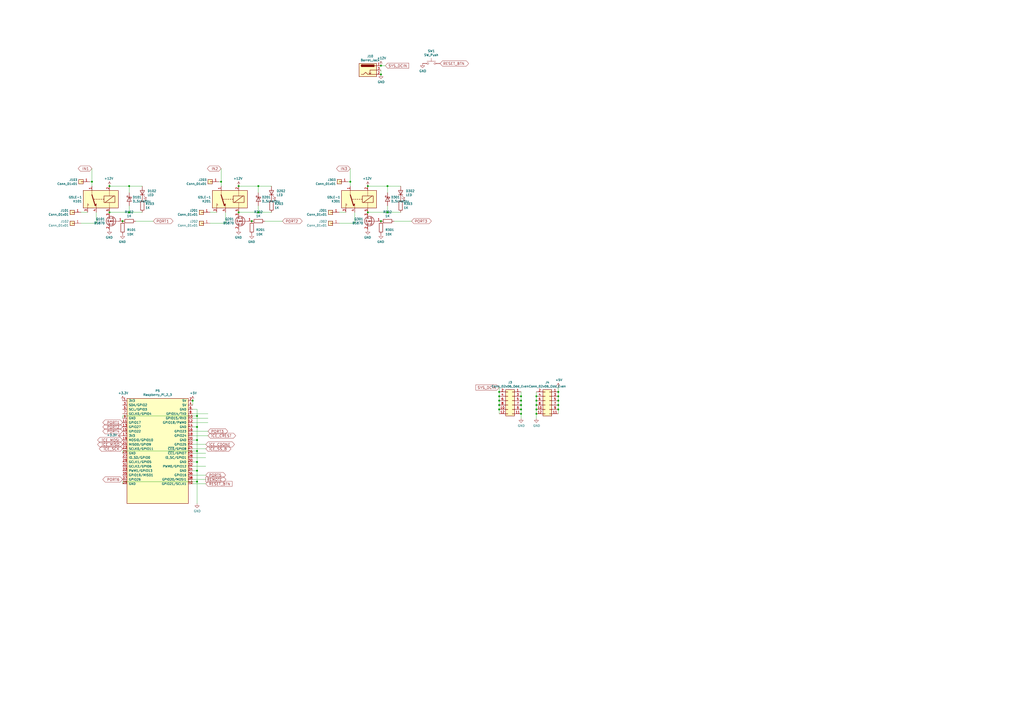
<source format=kicad_sch>
(kicad_sch (version 20211123) (generator eeschema)
  (paper "A2")
  (title_block (title "spark4pi-relay-actuator-1.1") (company "Lightside Instruments AS"))
  (lib_symbols
    (symbol "Connector:Barrel_Jack_Switch" (pin_names hide)
      (property "Reference" "J" (at 0 5.334 0))
      (property "Value" "Barrel_Jack_Switch" (at 0 -5.08 0))
      (symbol "Barrel_Jack_Switch_0_1"
        (rectangle (start -5.08 3.81) (end 5.08 -3.81) (stroke (width 0.254)) (fill (type background)))
        (arc (start -3.302 3.175) (mid -3.937 2.54) (end -3.302 1.905) (stroke (width 0.254)))
        (arc (start -3.302 3.175) (mid -3.937 2.54) (end -3.302 1.905) (stroke (width 0.254)) (fill (type outline)))
        (polyline (pts (xy 1.27 -2.286) (xy 1.905 -1.651)) (stroke (width 0.254)))
        (polyline (pts (xy 5.08 2.54) (xy 3.81 2.54)) (stroke (width 0.254)))
        (polyline (pts (xy 5.08 0) (xy 1.27 0) (xy 1.27 -2.286) (xy 0.635 -1.651)) (stroke (width 0.254)))
        (polyline (pts (xy -3.81 -2.54) (xy -2.54 -2.54) (xy -1.27 -1.27) (xy 0 -2.54) (xy 2.54 -2.54) (xy 5.08 -2.54)) (stroke (width 0.254)))
        (rectangle (start 3.683 3.175) (end -3.302 1.905) (stroke (width 0.254)) (fill (type outline)))
      )
      (symbol "Barrel_Jack_Switch_1_1"
        (pin passive line (at 7.62 2.54 180) (length 2.54) (name "~") (number "1"))
        (pin passive line (at 7.62 -2.54 180) (length 2.54) (name "~") (number "2"))
        (pin passive line (at 7.62 0 180) (length 2.54) (name "~") (number "3"))
      )
    )
    (symbol "Connector_Generic:Conn_01x01" (pin_names (offset 1.016) hide)
      (property "Reference" "J" (at 0 2.54 0))
      (property "Value" "Conn_01x01" (at 0 -2.54 0))
      (symbol "Conn_01x01_1_1"
        (rectangle (start -1.27 0.127) (end 0 -0.127) (stroke (width 0.1524)))
        (rectangle (start -1.27 1.27) (end 1.27 -1.27) (stroke (width 0.254)) (fill (type background)))
        (pin passive line (at -5.08 0 0) (length 3.81) (name "Pin_1") (number "1"))
      )
    )
    (symbol "Connector_Generic:Conn_02x06_Odd_Even" (pin_names (offset 1.016) hide)
      (property "Reference" "J" (at 1.27 7.62 0))
      (property "Value" "Conn_02x06_Odd_Even" (at 1.27 -10.16 0))
      (symbol "Conn_02x06_Odd_Even_1_1"
        (rectangle (start -1.27 -7.493) (end 0 -7.747) (stroke (width 0.1524)))
        (rectangle (start -1.27 -4.953) (end 0 -5.207) (stroke (width 0.1524)))
        (rectangle (start -1.27 -2.413) (end 0 -2.667) (stroke (width 0.1524)))
        (rectangle (start -1.27 0.127) (end 0 -0.127) (stroke (width 0.1524)))
        (rectangle (start -1.27 2.667) (end 0 2.413) (stroke (width 0.1524)))
        (rectangle (start -1.27 5.207) (end 0 4.953) (stroke (width 0.1524)))
        (rectangle (start -1.27 6.35) (end 3.81 -8.89) (stroke (width 0.254)) (fill (type background)))
        (rectangle (start 3.81 -7.493) (end 2.54 -7.747) (stroke (width 0.1524)))
        (rectangle (start 3.81 -4.953) (end 2.54 -5.207) (stroke (width 0.1524)))
        (rectangle (start 3.81 -2.413) (end 2.54 -2.667) (stroke (width 0.1524)))
        (rectangle (start 3.81 0.127) (end 2.54 -0.127) (stroke (width 0.1524)))
        (rectangle (start 3.81 2.667) (end 2.54 2.413) (stroke (width 0.1524)))
        (rectangle (start 3.81 5.207) (end 2.54 4.953) (stroke (width 0.1524)))
        (pin passive line (at -5.08 5.08 0) (length 3.81) (name "Pin_1") (number "1"))
        (pin passive line (at 7.62 -5.08 180) (length 3.81) (name "Pin_10") (number "10"))
        (pin passive line (at -5.08 -7.62 0) (length 3.81) (name "Pin_11") (number "11"))
        (pin passive line (at 7.62 -7.62 180) (length 3.81) (name "Pin_12") (number "12"))
        (pin passive line (at 7.62 5.08 180) (length 3.81) (name "Pin_2") (number "2"))
        (pin passive line (at -5.08 2.54 0) (length 3.81) (name "Pin_3") (number "3"))
        (pin passive line (at 7.62 2.54 180) (length 3.81) (name "Pin_4") (number "4"))
        (pin passive line (at -5.08 0 0) (length 3.81) (name "Pin_5") (number "5"))
        (pin passive line (at 7.62 0 180) (length 3.81) (name "Pin_6") (number "6"))
        (pin passive line (at -5.08 -2.54 0) (length 3.81) (name "Pin_7") (number "7"))
        (pin passive line (at 7.62 -2.54 180) (length 3.81) (name "Pin_8") (number "8"))
        (pin passive line (at -5.08 -5.08 0) (length 3.81) (name "Pin_9") (number "9"))
      )
    )
    (symbol "Device:D_Schottky" (pin_numbers hide) (pin_names (offset 1.016) hide)
      (property "Reference" "D" (at 0 2.54 0))
      (property "Value" "D_Schottky" (at 0 -2.54 0))
      (symbol "D_Schottky_0_1"
        (polyline (pts (xy 1.27 0) (xy -1.27 0)))
        (polyline (pts (xy 1.27 1.27) (xy 1.27 -1.27) (xy -1.27 0) (xy 1.27 1.27)) (stroke (width 0.254)))
        (polyline (pts (xy -1.905 0.635) (xy -1.905 1.27) (xy -1.27 1.27) (xy -1.27 -1.27) (xy -0.635 -1.27) (xy -0.635 -0.635)) (stroke (width 0.254)))
      )
      (symbol "D_Schottky_1_1"
        (pin passive line (at -3.81 0 0) (length 2.54) (name "K") (number "1"))
        (pin passive line (at 3.81 0 180) (length 2.54) (name "A") (number "2"))
      )
    )
    (symbol "Device:LED" (pin_numbers hide) (pin_names (offset 1.016) hide)
      (property "Reference" "D" (at 0 2.54 0))
      (property "Value" "LED" (at 0 -2.54 0))
      (symbol "LED_0_1"
        (polyline (pts (xy -1.27 -1.27) (xy -1.27 1.27)) (stroke (width 0.254)))
        (polyline (pts (xy -1.27 0) (xy 1.27 0)))
        (polyline (pts (xy 1.27 -1.27) (xy 1.27 1.27) (xy -1.27 0) (xy 1.27 -1.27)) (stroke (width 0.254)))
        (polyline (pts (xy -3.048 -0.762) (xy -4.572 -2.286) (xy -3.81 -2.286) (xy -4.572 -2.286) (xy -4.572 -1.524)))
        (polyline (pts (xy -1.778 -0.762) (xy -3.302 -2.286) (xy -2.54 -2.286) (xy -3.302 -2.286) (xy -3.302 -1.524)))
      )
      (symbol "LED_1_1"
        (pin passive line (at -3.81 0 0) (length 2.54) (name "K") (number "1"))
        (pin passive line (at 3.81 0 180) (length 2.54) (name "A") (number "2"))
      )
    )
    (symbol "Device:R" (pin_numbers hide) (pin_names (offset 0))
      (property "Reference" "R" (at 2.032 0 90))
      (property "Value" "R" (at 0 0 90))
      (symbol "R_0_1"
        (rectangle (start -1.016 -2.54) (end 1.016 2.54) (stroke (width 0.254)))
      )
      (symbol "R_1_1"
        (pin passive line (at 0 3.81 270) (length 1.27) (name "~") (number "1"))
        (pin passive line (at 0 -3.81 90) (length 1.27) (name "~") (number "2"))
      )
    )
    (symbol "Relay:G5LE-1"
      (property "Reference" "K" (at 11.43 3.81 0))
      (property "Value" "G5LE-1" (at 11.43 1.27 0))
      (symbol "G5LE-1_0_0"
        (polyline (pts (xy 7.62 5.08) (xy 7.62 2.54) (xy 6.985 3.175) (xy 7.62 3.81)))
      )
      (symbol "G5LE-1_0_1"
        (rectangle (start -10.16 5.08) (end 10.16 -5.08) (stroke (width 0.254)) (fill (type background)))
        (rectangle (start -8.255 1.905) (end -1.905 -1.905) (stroke (width 0.254)))
        (polyline (pts (xy -7.62 -1.905) (xy -2.54 1.905)) (stroke (width 0.254)))
        (polyline (pts (xy -5.08 -5.08) (xy -5.08 -1.905)))
        (polyline (pts (xy -5.08 5.08) (xy -5.08 1.905)))
        (polyline (pts (xy -1.905 0) (xy -1.27 0)) (stroke (width 0.254)))
        (polyline (pts (xy -0.635 0) (xy 0 0)) (stroke (width 0.254)))
        (polyline (pts (xy 0.635 0) (xy 1.27 0)) (stroke (width 0.254)))
        (polyline (pts (xy 1.905 0) (xy 2.54 0)) (stroke (width 0.254)))
        (polyline (pts (xy 3.175 0) (xy 3.81 0)) (stroke (width 0.254)))
        (polyline (pts (xy 5.08 -2.54) (xy 3.175 3.81)) (stroke (width 0.508)))
        (polyline (pts (xy 5.08 -2.54) (xy 5.08 -5.08)))
        (polyline (pts (xy 2.54 5.08) (xy 2.54 2.54) (xy 3.175 3.175) (xy 2.54 3.81)) (fill (type outline)))
      )
      (symbol "G5LE-1_1_1"
        (pin passive line (at 5.08 -7.62 90) (length 2.54) (name "~") (number "1"))
        (pin passive line (at -5.08 -7.62 90) (length 2.54) (name "~") (number "2"))
        (pin passive line (at 7.62 7.62 270) (length 2.54) (name "~") (number "3"))
        (pin passive line (at 2.54 7.62 270) (length 2.54) (name "~") (number "4"))
        (pin passive line (at -5.08 7.62 270) (length 2.54) (name "~") (number "5"))
      )
    )
    (symbol "Switch:SW_Push" (pin_numbers hide) (pin_names (offset 1.016) hide)
      (property "Reference" "SW" (at 1.27 2.54 0))
      (property "Value" "SW_Push" (at 0 -1.524 0))
      (symbol "SW_Push_0_1"
        (circle (center -2.032 0) (radius 0.508))
        (polyline (pts (xy 0 1.27) (xy 0 3.048)))
        (polyline (pts (xy 2.54 1.27) (xy -2.54 1.27)))
        (circle (center 2.032 0) (radius 0.508))
        (pin passive line (at -5.08 0 0) (length 2.54) (name "1") (number "1"))
        (pin passive line (at 5.08 0 180) (length 2.54) (name "2") (number "2"))
      )
    )
    (symbol "power:+12V" (power) (pin_names (offset 0))
      (property "Value" "+12V" (at 0 3.556 0))
      (symbol "+12V_0_1"
        (polyline (pts (xy -0.762 1.27) (xy 0 2.54)))
        (polyline (pts (xy 0 0) (xy 0 2.54)))
        (polyline (pts (xy 0 2.54) (xy 0.762 1.27)))
      )
      (symbol "+12V_1_1"
        (pin power_in line (at 0 0 90) (length 0) hide (name "+12V") (number "1"))
      )
    )
    (symbol "power:+3.3V" (power) (pin_names (offset 0))
      (property "Value" "+3.3V" (at 0 3.556 0))
      (symbol "+3.3V_0_1"
        (polyline (pts (xy -0.762 1.27) (xy 0 2.54)))
        (polyline (pts (xy 0 0) (xy 0 2.54)))
        (polyline (pts (xy 0 2.54) (xy 0.762 1.27)))
      )
      (symbol "+3.3V_1_1"
        (pin power_in line (at 0 0 90) (length 0) hide (name "+3.3V") (number "1"))
      )
    )
    (symbol "power:+5V" (power) (pin_names (offset 0))
      (property "Value" "+5V" (at 0 3.556 0))
      (symbol "+5V_0_1"
        (polyline (pts (xy -0.762 1.27) (xy 0 2.54)))
        (polyline (pts (xy 0 0) (xy 0 2.54)))
        (polyline (pts (xy 0 2.54) (xy 0.762 1.27)))
      )
      (symbol "+5V_1_1"
        (pin power_in line (at 0 0 90) (length 0) hide (name "+5V") (number "1"))
      )
    )
    (symbol "power:GND" (power) (pin_names (offset 0))
      (property "Value" "GND" (at 0 -3.81 0))
      (symbol "GND_0_1"
        (polyline (pts (xy 0 0) (xy 0 -1.27) (xy 1.27 -1.27) (xy 0 -2.54) (xy -1.27 -1.27) (xy 0 -1.27)))
      )
      (symbol "GND_1_1"
        (pin power_in line (at 0 0 270) (length 0) hide (name "GND") (number "1"))
      )
    )
    (symbol "spark:BS870-Transistor_FET" (pin_names hide)
      (property "Reference" "Q" (at 5.08 1.905 0))
      (property "Value" "BS870-Transistor_FET" (at 5.08 0 0))
      (symbol "BS870-Transistor_FET_0_1"
        (polyline (pts (xy 0.254 0) (xy -2.54 0)))
        (polyline (pts (xy 0.254 1.905) (xy 0.254 -1.905)) (stroke (width 0.254)))
        (polyline (pts (xy 0.762 -1.27) (xy 0.762 -2.286)) (stroke (width 0.254)))
        (polyline (pts (xy 0.762 0.508) (xy 0.762 -0.508)) (stroke (width 0.254)))
        (polyline (pts (xy 0.762 2.286) (xy 0.762 1.27)) (stroke (width 0.254)))
        (polyline (pts (xy 2.54 2.54) (xy 2.54 1.778)))
        (polyline (pts (xy 2.54 -2.54) (xy 2.54 0) (xy 0.762 0)))
        (polyline (pts (xy 0.762 -1.778) (xy 3.302 -1.778) (xy 3.302 1.778) (xy 0.762 1.778)))
        (polyline (pts (xy 1.016 0) (xy 2.032 0.381) (xy 2.032 -0.381) (xy 1.016 0)) (fill (type outline)))
        (polyline (pts (xy 2.794 0.508) (xy 2.921 0.381) (xy 3.683 0.381) (xy 3.81 0.254)))
        (polyline (pts (xy 3.302 0.381) (xy 2.921 -0.254) (xy 3.683 -0.254) (xy 3.302 0.381)))
        (circle (center 1.651 0) (radius 2.794) (stroke (width 0.254)))
        (circle (center 2.54 -1.778) (radius 0.254) (fill (type outline)))
        (circle (center 2.54 1.778) (radius 0.254) (fill (type outline)))
      )
      (symbol "BS870-Transistor_FET_1_1"
        (pin input line (at -5.08 0 0) (length 2.54) (name "G") (number "1"))
        (pin passive line (at 2.54 -5.08 90) (length 2.54) (name "S") (number "2"))
        (pin passive line (at 2.54 5.08 270) (length 2.54) (name "D") (number "3"))
      )
    )
    (symbol "spark:Raspberry_Pi_2_3" (pin_names (offset 1.016))
      (property "Reference" "J" (at -17.78 31.75 0))
      (property "Value" "Raspberry_Pi_2_3" (at -7.62 -33.02 0))
      (symbol "Raspberry_Pi_2_3_0_1"
        (rectangle (start -17.78 30.48) (end 17.78 -30.48) (stroke (width 0.254)) (fill (type background)))
      )
      (symbol "Raspberry_Pi_2_3_1_1"
        (pin power_in line (at -20.32 29.21 0) (length 2.54) (name "3V3") (number "1"))
        (pin bidirectional line (at 20.32 19.05 180) (length 2.54) (name "GPIO15/RXD") (number "10"))
        (pin bidirectional line (at -20.32 16.51 0) (length 2.54) (name "GPIO17") (number "11"))
        (pin bidirectional line (at 20.32 16.51 180) (length 2.54) (name "GPIO18/PWM0") (number "12"))
        (pin bidirectional line (at -20.32 13.97 0) (length 2.54) (name "GPIO27") (number "13"))
        (pin power_in line (at 20.32 13.97 180) (length 2.54) (name "GND") (number "14"))
        (pin bidirectional line (at -20.32 11.43 0) (length 2.54) (name "GPIO22") (number "15"))
        (pin bidirectional line (at 20.32 11.43 180) (length 2.54) (name "GPIO23") (number "16"))
        (pin power_in line (at -20.32 8.89 0) (length 2.54) (name "3V3") (number "17"))
        (pin bidirectional line (at 20.32 8.89 180) (length 2.54) (name "GPIO24") (number "18"))
        (pin bidirectional line (at -20.32 6.35 0) (length 2.54) (name "MOSI0/GPIO10") (number "19"))
        (pin power_in line (at 20.32 29.21 180) (length 2.54) (name "5V") (number "2"))
        (pin power_in line (at 20.32 6.35 180) (length 2.54) (name "GND") (number "20"))
        (pin bidirectional line (at -20.32 3.81 0) (length 2.54) (name "MISO0/GPIO9") (number "21"))
        (pin bidirectional line (at 20.32 3.81 180) (length 2.54) (name "GPIO25") (number "22"))
        (pin bidirectional line (at -20.32 1.27 0) (length 2.54) (name "SCLK0/GPIO11") (number "23"))
        (pin bidirectional line (at 20.32 1.27 180) (length 2.54) (name "~{CE0}/GPIO8") (number "24"))
        (pin power_in line (at -20.32 -1.27 0) (length 2.54) (name "GND") (number "25"))
        (pin bidirectional line (at 20.32 -1.27 180) (length 2.54) (name "~{CE1}/GPIO7") (number "26"))
        (pin bidirectional line (at -20.32 -3.81 0) (length 2.54) (name "ID_SD/GPIO0") (number "27"))
        (pin bidirectional line (at 20.32 -3.81 180) (length 2.54) (name "ID_SC/GPIO1") (number "28"))
        (pin bidirectional line (at -20.32 -6.35 0) (length 2.54) (name "GCLK1/GPIO5") (number "29"))
        (pin bidirectional line (at -20.32 26.67 0) (length 2.54) (name "SDA/GPIO2") (number "3"))
        (pin power_in line (at 20.32 -6.35 180) (length 2.54) (name "GND") (number "30"))
        (pin bidirectional line (at -20.32 -8.89 0) (length 2.54) (name "GCLK2/GPIO6") (number "31"))
        (pin bidirectional line (at 20.32 -8.89 180) (length 2.54) (name "PWM0/GPIO12") (number "32"))
        (pin bidirectional line (at -20.32 -11.43 0) (length 2.54) (name "PWM1/GPIO13") (number "33"))
        (pin power_in line (at 20.32 -11.43 180) (length 2.54) (name "GND") (number "34"))
        (pin bidirectional line (at -20.32 -13.97 0) (length 2.54) (name "GPIO19/MISO1") (number "35"))
        (pin bidirectional line (at 20.32 -13.97 180) (length 2.54) (name "GPIO16") (number "36"))
        (pin bidirectional line (at -20.32 -16.51 0) (length 2.54) (name "GPIO26") (number "37"))
        (pin bidirectional line (at 20.32 -16.51 180) (length 2.54) (name "GPIO20/MOSI1") (number "38"))
        (pin power_in line (at -20.32 -19.05 0) (length 2.54) (name "GND") (number "39"))
        (pin power_in line (at 20.32 26.67 180) (length 2.54) (name "5V") (number "4"))
        (pin bidirectional line (at 20.32 -19.05 180) (length 2.54) (name "GPIO21/SCLK1") (number "40"))
        (pin bidirectional line (at -20.32 24.13 0) (length 2.54) (name "SCL/GPIO3") (number "5"))
        (pin power_in line (at 20.32 24.13 180) (length 2.54) (name "GND") (number "6"))
        (pin bidirectional line (at -20.32 21.59 0) (length 2.54) (name "GCLK0/GPIO4") (number "7"))
        (pin bidirectional line (at 20.32 21.59 180) (length 2.54) (name "GPIO14/TXD") (number "8"))
        (pin power_in line (at -20.32 19.05 0) (length 2.54) (name "GND") (number "9"))
      )
    )
  )
  (junction (at 224.79 123.19))
  (junction (at 323.85 237.49))
  (junction (at 289.56 229.87))
  (junction (at 71.12 128.27))
  (junction (at 289.56 237.49))
  (junction (at 63.5 107.95))
  (junction (at 138.43 123.19))
  (junction (at 289.56 227.33))
  (junction (at 138.43 107.95))
  (junction (at 289.56 232.41))
  (junction (at 74.93 123.19))
  (junction (at 203.2 105.41))
  (junction (at 114.3 241.3))
  (junction (at 323.85 234.95))
  (junction (at 220.98 128.27))
  (junction (at 302.26 240.03))
  (junction (at 311.15 237.49))
  (junction (at 323.85 227.33))
  (junction (at 323.85 232.41))
  (junction (at 63.5 123.19))
  (junction (at 111.76 232.41))
  (junction (at 302.26 232.41))
  (junction (at 149.86 123.19))
  (junction (at 224.79 107.95))
  (junction (at 74.93 107.95))
  (junction (at 311.15 234.95))
  (junction (at 311.15 232.41))
  (junction (at 220.98 38.1))
  (junction (at 289.56 234.95))
  (junction (at 53.34 105.41))
  (junction (at 114.3 273.05))
  (junction (at 311.15 229.87))
  (junction (at 114.3 255.27))
  (junction (at 149.86 107.95))
  (junction (at 302.26 237.49))
  (junction (at 114.3 279.4))
  (junction (at 128.27 105.41))
  (junction (at 213.36 123.19))
  (junction (at 220.98 43.18))
  (junction (at 311.15 240.03))
  (junction (at 146.05 128.27))
  (junction (at 114.3 267.97))
  (junction (at 323.85 229.87))
  (junction (at 302.26 234.95))
  (junction (at 114.3 247.65))
  (junction (at 213.36 107.95))
  (junction (at 114.3 261.62))
  (junction (at 302.26 229.87))
  (wire (pts (xy 71.12 242.57) (xy 71.12 241.3)))
  (wire (pts (xy 149.86 119.38) (xy 149.86 123.19)))
  (wire (pts (xy 205.74 129.54) (xy 205.74 123.19)))
  (wire (pts (xy 224.79 119.38) (xy 224.79 123.19)))
  (wire (pts (xy 74.93 107.95) (xy 82.55 107.95)))
  (wire (pts (xy 196.85 129.54) (xy 205.74 129.54)))
  (wire (pts (xy 311.15 227.33) (xy 311.15 229.87)))
  (wire (pts (xy 114.3 237.49) (xy 114.3 241.3)))
  (wire (pts (xy 200.66 123.19) (xy 196.85 123.19)))
  (wire (pts (xy 323.85 234.95) (xy 323.85 232.41)))
  (wire (pts (xy 111.76 240.03) (xy 120.65 240.03)))
  (wire (pts (xy 55.88 129.54) (xy 55.88 123.19)))
  (wire (pts (xy 111.76 260.35) (xy 119.38 260.35)))
  (wire (pts (xy 114.3 241.3) (xy 114.3 247.65)))
  (wire (pts (xy 289.56 229.87) (xy 289.56 227.33)))
  (wire (pts (xy 114.3 247.65) (xy 114.3 255.27)))
  (wire (pts (xy 149.86 123.19) (xy 138.43 123.19)))
  (wire (pts (xy 125.73 123.19) (xy 121.92 123.19)))
  (wire (pts (xy 201.93 105.41) (xy 203.2 105.41)))
  (wire (pts (xy 111.76 265.43) (xy 119.38 265.43)))
  (wire (pts (xy 224.79 123.19) (xy 232.41 123.19)))
  (wire (pts (xy 311.15 240.03) (xy 311.15 242.57)))
  (wire (pts (xy 130.81 129.54) (xy 130.81 123.19)))
  (wire (pts (xy 289.56 237.49) (xy 289.56 234.95)))
  (wire (pts (xy 289.56 234.95) (xy 289.56 232.41)))
  (wire (pts (xy 203.2 105.41) (xy 203.2 107.95)))
  (wire (pts (xy 46.99 129.54) (xy 55.88 129.54)))
  (wire (pts (xy 71.12 241.3) (xy 114.3 241.3)))
  (wire (pts (xy 111.76 262.89) (xy 119.38 262.89)))
  (wire (pts (xy 114.3 279.4) (xy 114.3 292.1)))
  (wire (pts (xy 311.15 237.49) (xy 311.15 240.03)))
  (wire (pts (xy 111.76 273.05) (xy 114.3 273.05)))
  (wire (pts (xy 121.92 129.54) (xy 130.81 129.54)))
  (wire (pts (xy 52.07 105.41) (xy 53.34 105.41)))
  (wire (pts (xy 223.52 38.1) (xy 220.98 38.1)))
  (wire (pts (xy 289.56 232.41) (xy 289.56 229.87)))
  (wire (pts (xy 302.26 232.41) (xy 302.26 234.95)))
  (wire (pts (xy 88.9 128.27) (xy 78.74 128.27)))
  (wire (pts (xy 138.43 107.95) (xy 149.86 107.95)))
  (wire (pts (xy 220.98 40.64) (xy 220.98 43.18)))
  (wire (pts (xy 311.15 232.41) (xy 311.15 234.95)))
  (wire (pts (xy 111.76 267.97) (xy 114.3 267.97)))
  (wire (pts (xy 127 105.41) (xy 128.27 105.41)))
  (wire (pts (xy 111.76 278.13) (xy 119.38 278.13)))
  (wire (pts (xy 71.12 280.67) (xy 71.12 279.4)))
  (wire (pts (xy 111.76 237.49) (xy 114.3 237.49)))
  (wire (pts (xy 111.76 247.65) (xy 114.3 247.65)))
  (wire (pts (xy 114.3 267.97) (xy 114.3 273.05)))
  (wire (pts (xy 71.12 262.89) (xy 71.12 261.62)))
  (wire (pts (xy 302.26 234.95) (xy 302.26 237.49)))
  (wire (pts (xy 302.26 240.03) (xy 302.26 242.57)))
  (wire (pts (xy 302.26 227.33) (xy 302.26 229.87)))
  (wire (pts (xy 323.85 237.49) (xy 323.85 234.95)))
  (wire (pts (xy 203.2 105.41) (xy 203.2 97.79)))
  (wire (pts (xy 114.3 273.05) (xy 114.3 279.4)))
  (wire (pts (xy 53.34 105.41) (xy 53.34 107.95)))
  (wire (pts (xy 224.79 123.19) (xy 213.36 123.19)))
  (wire (pts (xy 71.12 279.4) (xy 114.3 279.4)))
  (wire (pts (xy 149.86 107.95) (xy 149.86 111.76)))
  (wire (pts (xy 74.93 119.38) (xy 74.93 123.19)))
  (wire (pts (xy 302.26 229.87) (xy 302.26 232.41)))
  (wire (pts (xy 213.36 107.95) (xy 224.79 107.95)))
  (wire (pts (xy 323.85 229.87) (xy 323.85 227.33)))
  (wire (pts (xy 114.3 261.62) (xy 114.3 267.97)))
  (wire (pts (xy 224.79 107.95) (xy 232.41 107.95)))
  (wire (pts (xy 111.76 255.27) (xy 114.3 255.27)))
  (wire (pts (xy 63.5 107.95) (xy 74.93 107.95)))
  (wire (pts (xy 302.26 237.49) (xy 302.26 240.03)))
  (wire (pts (xy 149.86 123.19) (xy 157.48 123.19)))
  (wire (pts (xy 74.93 107.95) (xy 74.93 111.76)))
  (wire (pts (xy 74.93 123.19) (xy 63.5 123.19)))
  (wire (pts (xy 128.27 105.41) (xy 128.27 97.79)))
  (wire (pts (xy 111.76 234.95) (xy 111.76 232.41)))
  (wire (pts (xy 111.76 275.59) (xy 119.38 275.59)))
  (wire (pts (xy 323.85 224.79) (xy 323.85 227.33)))
  (wire (pts (xy 53.34 105.41) (xy 53.34 97.79)))
  (wire (pts (xy 311.15 234.95) (xy 311.15 237.49)))
  (wire (pts (xy 114.3 255.27) (xy 114.3 261.62)))
  (wire (pts (xy 311.15 229.87) (xy 311.15 232.41)))
  (wire (pts (xy 224.79 107.95) (xy 224.79 111.76)))
  (wire (pts (xy 71.12 261.62) (xy 114.3 261.62)))
  (wire (pts (xy 111.76 270.51) (xy 119.38 270.51)))
  (wire (pts (xy 111.76 252.73) (xy 120.65 252.73)))
  (wire (pts (xy 128.27 105.41) (xy 128.27 107.95)))
  (wire (pts (xy 238.76 128.27) (xy 228.6 128.27)))
  (wire (pts (xy 111.76 242.57) (xy 120.65 242.57)))
  (wire (pts (xy 323.85 232.41) (xy 323.85 229.87)))
  (wire (pts (xy 111.76 280.67) (xy 119.38 280.67)))
  (wire (pts (xy 149.86 107.95) (xy 157.48 107.95)))
  (wire (pts (xy 111.76 245.11) (xy 120.65 245.11)))
  (wire (pts (xy 323.85 240.03) (xy 323.85 237.49)))
  (wire (pts (xy 111.76 250.19) (xy 120.65 250.19)))
  (wire (pts (xy 50.8 123.19) (xy 46.99 123.19)))
  (wire (pts (xy 289.56 224.79) (xy 289.56 227.33)))
  (wire (pts (xy 111.76 257.81) (xy 119.38 257.81)))
  (wire (pts (xy 74.93 123.19) (xy 82.55 123.19)))
  (wire (pts (xy 163.83 128.27) (xy 153.67 128.27)))
  (wire (pts (xy 289.56 240.03) (xy 289.56 237.49)))
  (global_label "iCE_SS_B" (shape bidirectional) (at 119.38 260.35 0) (effects (font (size 1.524 1.524))) (property "Intersheet References" "${INTERSHEET_REFS}" (effects hide)))
  (global_label "iCE_CDONE" (shape bidirectional) (at 119.38 257.81 0) (effects (font (size 1.524 1.524))) (property "Intersheet References" "${INTERSHEET_REFS}" (effects hide)))
  (global_label "IN2" (shape bidirectional) (at 128.27 97.79 180) (effects (font (size 1.524 1.524))) (property "Intersheet References" "${INTERSHEET_REFS}" (effects hide)))
  (global_label "PORT4" (shape bidirectional) (at 71.12 250.19 180) (effects (font (size 1.524 1.524))) (property "Intersheet References" "${INTERSHEET_REFS}" (effects hide)))
  (global_label "RESET_BTN" (shape bidirectional) (at 255.27 36.83 0) (effects (font (size 1.524 1.524))) (property "Intersheet References" "${INTERSHEET_REFS}" (effects hide)))
  (global_label "iCE_MISO" (shape bidirectional) (at 71.12 257.81 180) (effects (font (size 1.524 1.524))) (property "Intersheet References" "${INTERSHEET_REFS}" (effects hide)))
  (global_label "PORT6" (shape bidirectional) (at 71.12 278.13 180) (effects (font (size 1.524 1.524))) (property "Intersheet References" "${INTERSHEET_REFS}" (effects hide)))
  (global_label "iCE_SCK" (shape bidirectional) (at 71.12 260.35 180) (effects (font (size 1.524 1.524))) (property "Intersheet References" "${INTERSHEET_REFS}" (effects hide)))
  (global_label "SYS_DCIN" (shape input) (at 289.56 224.79 180) (effects (font (size 1.524 1.524))) (property "Intersheet References" "${INTERSHEET_REFS}" (effects hide)))
  (global_label "SYS_DCIN" (shape input) (at 223.52 38.1 0) (effects (font (size 1.524 1.524))) (property "Intersheet References" "${INTERSHEET_REFS}" (effects hide)))
  (global_label "IN1" (shape bidirectional) (at 53.34 97.79 180) (effects (font (size 1.524 1.524))) (property "Intersheet References" "${INTERSHEET_REFS}" (effects hide)))
  (global_label "PORT3" (shape bidirectional) (at 238.76 128.27 0) (effects (font (size 1.524 1.524))) (property "Intersheet References" "${INTERSHEET_REFS}" (effects hide)))
  (global_label "iCE_CREST" (shape bidirectional) (at 120.65 252.73 0) (effects (font (size 1.524 1.524))) (property "Intersheet References" "${INTERSHEET_REFS}" (effects hide)))
  (global_label "IN3" (shape bidirectional) (at 203.2 97.79 180) (effects (font (size 1.524 1.524))) (property "Intersheet References" "${INTERSHEET_REFS}" (effects hide)))
  (global_label "PORT2" (shape bidirectional) (at 71.12 247.65 180) (effects (font (size 1.524 1.524))) (property "Intersheet References" "${INTERSHEET_REFS}" (effects hide)))
  (global_label "PORT3" (shape bidirectional) (at 120.65 250.19 0) (effects (font (size 1.524 1.524))) (property "Intersheet References" "${INTERSHEET_REFS}" (effects hide)))
  (global_label "PORT2" (shape bidirectional) (at 163.83 128.27 0) (effects (font (size 1.524 1.524))) (property "Intersheet References" "${INTERSHEET_REFS}" (effects hide)))
  (global_label "PORT5" (shape bidirectional) (at 119.38 275.59 0) (effects (font (size 1.524 1.524))) (property "Intersheet References" "${INTERSHEET_REFS}" (effects hide)))
  (global_label "REMOTE" (shape output) (at 119.38 278.13 0) (effects (font (size 1.524 1.524))) (property "Intersheet References" "${INTERSHEET_REFS}" (effects hide)))
  (global_label "iCE_MOSI" (shape bidirectional) (at 71.12 255.27 180) (effects (font (size 1.524 1.524))) (property "Intersheet References" "${INTERSHEET_REFS}" (effects hide)))
  (global_label "PORT1" (shape bidirectional) (at 71.12 245.11 180) (effects (font (size 1.524 1.524))) (property "Intersheet References" "${INTERSHEET_REFS}" (effects hide)))
  (global_label "RESET_BTN" (shape input) (at 119.38 280.67 0) (effects (font (size 1.524 1.524))) (property "Intersheet References" "${INTERSHEET_REFS}" (effects hide)))
  (global_label "PORT1" (shape bidirectional) (at 88.9 128.27 0) (effects (font (size 1.524 1.524))) (property "Intersheet References" "${INTERSHEET_REFS}" (effects hide)))
  (symbol (lib_id "Connector:Barrel_Jack_Switch") (at 213.36 40.64 0) (unit 1)
    (property "Reference" "J10" (at 214.757 32.5882 0))
    (property "Value" "Barrel_Jack" (at 214.757 34.8996 0))
    (property "Footprint" "spark:PJ1-021-SMT-TR" (effects hide))
    (property "PN" "PJ1-021-SMT-TR" (effects hide))
  )
  (symbol (lib_id "power:GND") (at 220.98 43.18 0) (unit 1)
    (property "Reference" "#PWR0174" (effects hide))
    (property "Value" "GND" (at 221.107 47.5742 0))
  )
  (symbol (lib_id "Switch:SW_Push") (at 250.19 36.83 0) (unit 1)
    (property "Reference" "SW1" (at 250.19 29.591 0))
    (property "Value" "SW_Push" (at 250.19 31.9024 0))
    (property "Footprint" "Button_Switch_THT:SW_Tactile_SPST_Angled_PTS645Vx83-2LFS" (effects hide))
    (property "Mfr Part #" "PTS645VK582LFS" (effects hide))
  )
  (symbol (lib_id "power:GND") (at 245.11 36.83 0) (unit 1)
    (property "Reference" "#PWR0176" (effects hide))
    (property "Value" "GND" (at 245.237 41.2242 0))
  )
  (symbol (lib_id "Relay:G5LE-1") (at 58.42 115.57 180) (unit 1)
    (property "Reference" "K101" (at 47.498 116.7384 0) (effects (justify left)))
    (property "Value" "G5LE-1" (at 47.498 114.427 0) (effects (justify left)))
    (property "Footprint" "Relay_THT:Relay_SPDT_Omron-G5LE-1" (effects hide))
    (property "Datasheet" "http://www.omron.com/ecb/products/pdf/en-g5le.pdf" (effects hide))
  )
  (symbol (lib_id "spark:BS870-Transistor_FET") (at 66.04 128.27 0) (mirror y) (unit 1)
    (property "Reference" "Q101" (at 60.833 127.1016 0) (effects (justify left)))
    (property "Value" "BS870" (at 60.833 129.413 0) (effects (justify left)))
    (property "Footprint" "Package_TO_SOT_SMD:SOT-23" (effects hide))
    (property "Datasheet" "http://www.diodes.com/assets/Datasheets/ds11302.pdf" (effects hide))
  )
  (symbol (lib_id "power:GND") (at 63.5 133.35 0) (mirror y) (unit 1)
    (property "Reference" "#PWR0101" (effects hide))
    (property "Value" "GND" (at 63.373 137.7442 0))
  )
  (symbol (lib_id "Device:R") (at 71.12 132.08 0) (mirror y) (unit 1)
    (property "Reference" "R101" (at 73.66 133.35 0) (effects (justify right)))
    (property "Value" "10K" (at 73.66 135.89 0) (effects (justify right)))
    (property "Footprint" "Resistor_SMD:R_0402_1005Metric" (effects hide))
  )
  (symbol (lib_id "power:GND") (at 71.12 135.89 0) (mirror y) (unit 1)
    (property "Reference" "#PWR0103" (effects hide))
    (property "Value" "GND" (at 70.993 140.2842 0))
  )
  (symbol (lib_id "Device:D_Schottky") (at 74.93 115.57 90) (mirror x) (unit 1)
    (property "Reference" "D101" (at 76.962 114.4016 90) (effects (justify right)))
    (property "Value" "D_Schottky" (at 76.962 116.713 90) (effects (justify right)))
    (property "Footprint" "Diode_SMD:D_0603_1608Metric" (effects hide))
  )
  (symbol (lib_id "power:+12V") (at 63.5 107.95 0) (mirror y) (unit 1)
    (property "Reference" "#PWR0104" (effects hide))
    (property "Value" "+12V" (at 63.119 103.5558 0))
  )
  (symbol (lib_id "Device:R") (at 74.93 128.27 270) (unit 1)
    (property "Reference" "R102" (at 74.93 123.0122 90))
    (property "Value" "1K" (at 74.93 125.3236 90))
    (property "Footprint" "Resistor_SMD:R_0402_1005Metric" (effects hide))
  )
  (symbol (lib_id "Connector_Generic:Conn_01x01") (at 116.84 123.19 0) (mirror y) (unit 1)
    (property "Reference" "J201" (at 114.808 122.1232 0) (effects (justify left)))
    (property "Value" "Conn_01x01" (at 114.808 124.4346 0) (effects (justify left)))
    (property "Footprint" "spark:banana-plug-horizontal-black" (effects hide))
  )
  (symbol (lib_id "Connector_Generic:Conn_01x01") (at 116.84 129.54 0) (mirror y) (unit 1)
    (property "Reference" "J202" (at 114.808 128.4732 0) (effects (justify left)))
    (property "Value" "Conn_01x01" (at 114.808 130.7846 0) (effects (justify left)))
    (property "Footprint" "spark:banana-plug-horizontal-black" (effects hide))
  )
  (symbol (lib_id "Relay:G5LE-1") (at 133.35 115.57 180) (unit 1)
    (property "Reference" "K201" (at 122.428 116.7384 0) (effects (justify left)))
    (property "Value" "G5LE-1" (at 122.428 114.427 0) (effects (justify left)))
    (property "Footprint" "Relay_THT:Relay_SPDT_Omron-G5LE-1" (effects hide))
    (property "Datasheet" "http://www.omron.com/ecb/products/pdf/en-g5le.pdf" (effects hide))
  )
  (symbol (lib_id "spark:BS870-Transistor_FET") (at 140.97 128.27 0) (mirror y) (unit 1)
    (property "Reference" "Q201" (at 135.763 127.1016 0) (effects (justify left)))
    (property "Value" "BS870" (at 135.763 129.413 0) (effects (justify left)))
    (property "Footprint" "Package_TO_SOT_SMD:SOT-23" (effects hide))
    (property "Datasheet" "http://www.diodes.com/assets/Datasheets/ds11302.pdf" (effects hide))
  )
  (symbol (lib_id "power:GND") (at 138.43 133.35 0) (mirror y) (unit 1)
    (property "Reference" "#PWR0109" (effects hide))
    (property "Value" "GND" (at 138.303 137.7442 0))
  )
  (symbol (lib_id "Device:R") (at 146.05 132.08 0) (mirror y) (unit 1)
    (property "Reference" "R201" (at 148.59 133.35 0) (effects (justify right)))
    (property "Value" "10K" (at 148.59 135.89 0) (effects (justify right)))
    (property "Footprint" "Resistor_SMD:R_0402_1005Metric" (effects hide))
  )
  (symbol (lib_id "power:GND") (at 146.05 135.89 0) (mirror y) (unit 1)
    (property "Reference" "#PWR0110" (effects hide))
    (property "Value" "GND" (at 145.923 140.2842 0))
  )
  (symbol (lib_id "Device:D_Schottky") (at 149.86 115.57 90) (mirror x) (unit 1)
    (property "Reference" "D201" (at 151.892 114.4016 90) (effects (justify right)))
    (property "Value" "D_Schottky" (at 151.892 116.713 90) (effects (justify right)))
    (property "Footprint" "Diode_SMD:D_0603_1608Metric" (effects hide))
  )
  (symbol (lib_id "power:+12V") (at 138.43 107.95 0) (mirror y) (unit 1)
    (property "Reference" "#PWR0111" (effects hide))
    (property "Value" "+12V" (at 138.049 103.5558 0))
  )
  (symbol (lib_id "Device:R") (at 149.86 128.27 270) (unit 1)
    (property "Reference" "R202" (at 149.86 123.0122 90))
    (property "Value" "1K" (at 149.86 125.3236 90))
    (property "Footprint" "Resistor_SMD:R_0402_1005Metric" (effects hide))
  )
  (symbol (lib_id "Connector_Generic:Conn_01x01") (at 191.77 123.19 0) (mirror y) (unit 1)
    (property "Reference" "J301" (at 189.738 122.1232 0) (effects (justify left)))
    (property "Value" "Conn_01x01" (at 189.738 124.4346 0) (effects (justify left)))
    (property "Footprint" "spark:banana-plug-horizontal-black" (effects hide))
  )
  (symbol (lib_id "Connector_Generic:Conn_01x01") (at 191.77 129.54 0) (mirror y) (unit 1)
    (property "Reference" "J302" (at 189.738 128.4732 0) (effects (justify left)))
    (property "Value" "Conn_01x01" (at 189.738 130.7846 0) (effects (justify left)))
    (property "Footprint" "spark:banana-plug-horizontal-black" (effects hide))
  )
  (symbol (lib_id "Relay:G5LE-1") (at 208.28 115.57 180) (unit 1)
    (property "Reference" "K301" (at 197.358 116.7384 0) (effects (justify left)))
    (property "Value" "G5LE-1" (at 197.358 114.427 0) (effects (justify left)))
    (property "Footprint" "Relay_THT:Relay_SPDT_Omron-G5LE-1" (effects hide))
    (property "Datasheet" "http://www.omron.com/ecb/products/pdf/en-g5le.pdf" (effects hide))
  )
  (symbol (lib_id "spark:BS870-Transistor_FET") (at 215.9 128.27 0) (mirror y) (unit 1)
    (property "Reference" "Q301" (at 210.693 127.1016 0) (effects (justify left)))
    (property "Value" "BS870" (at 210.693 129.413 0) (effects (justify left)))
    (property "Footprint" "Package_TO_SOT_SMD:SOT-23" (effects hide))
    (property "Datasheet" "http://www.diodes.com/assets/Datasheets/ds11302.pdf" (effects hide))
  )
  (symbol (lib_id "power:GND") (at 213.36 133.35 0) (mirror y) (unit 1)
    (property "Reference" "#PWR0114" (effects hide))
    (property "Value" "GND" (at 213.233 137.7442 0))
  )
  (symbol (lib_id "Device:R") (at 220.98 132.08 0) (mirror y) (unit 1)
    (property "Reference" "R301" (at 223.52 133.35 0) (effects (justify right)))
    (property "Value" "10K" (at 223.52 135.89 0) (effects (justify right)))
    (property "Footprint" "Resistor_SMD:R_0402_1005Metric" (effects hide))
  )
  (symbol (lib_id "power:GND") (at 220.98 135.89 0) (mirror y) (unit 1)
    (property "Reference" "#PWR0115" (effects hide))
    (property "Value" "GND" (at 220.853 140.2842 0))
  )
  (symbol (lib_id "Device:D_Schottky") (at 224.79 115.57 90) (mirror x) (unit 1)
    (property "Reference" "D301" (at 226.822 114.4016 90) (effects (justify right)))
    (property "Value" "D_Schottky" (at 226.822 116.713 90) (effects (justify right)))
    (property "Footprint" "Diode_SMD:D_0603_1608Metric" (effects hide))
  )
  (symbol (lib_id "power:+12V") (at 213.36 107.95 0) (mirror y) (unit 1)
    (property "Reference" "#PWR0116" (effects hide))
    (property "Value" "+12V" (at 212.979 103.5558 0))
  )
  (symbol (lib_id "Device:R") (at 224.79 128.27 270) (unit 1)
    (property "Reference" "R302" (at 224.79 123.0122 90))
    (property "Value" "1K" (at 224.79 125.3236 90))
    (property "Footprint" "Resistor_SMD:R_0402_1005Metric" (effects hide))
  )
  (symbol (lib_id "Connector_Generic:Conn_01x01") (at 46.99 105.41 0) (mirror y) (unit 1)
    (property "Reference" "J103" (at 44.958 104.3432 0) (effects (justify left)))
    (property "Value" "Conn_01x01" (at 44.958 106.6546 0) (effects (justify left)))
    (property "Footprint" "spark:banana-plug-horizontal-black" (effects hide))
  )
  (symbol (lib_id "Connector_Generic:Conn_01x01") (at 41.91 123.19 0) (mirror y) (unit 1)
    (property "Reference" "J101" (at 39.878 122.1232 0) (effects (justify left)))
    (property "Value" "Conn_01x01" (at 39.878 124.4346 0) (effects (justify left)))
    (property "Footprint" "spark:banana-plug-horizontal-black" (effects hide))
  )
  (symbol (lib_id "Connector_Generic:Conn_01x01") (at 41.91 129.54 0) (mirror y) (unit 1)
    (property "Reference" "J102" (at 39.878 128.4732 0) (effects (justify left)))
    (property "Value" "Conn_01x01" (at 39.878 130.7846 0) (effects (justify left)))
    (property "Footprint" "spark:banana-plug-horizontal-black" (effects hide))
  )
  (symbol (lib_id "Device:LED") (at 82.55 111.76 90) (unit 1)
    (property "Reference" "D102" (at 85.5472 110.7948 90) (effects (justify right)))
    (property "Value" "LED" (at 85.5472 113.1062 90) (effects (justify right)))
    (property "Footprint" "Diode_SMD:D_0603_1608Metric" (effects hide))
  )
  (symbol (lib_id "Device:R") (at 82.55 119.38 0) (unit 1)
    (property "Reference" "R103" (at 84.328 118.2116 0) (effects (justify left)))
    (property "Value" "1K" (at 84.328 120.523 0) (effects (justify left)))
    (property "Footprint" "Resistor_SMD:R_0402_1005Metric" (effects hide))
  )
  (symbol (lib_id "Device:LED") (at 157.48 111.76 90) (unit 1)
    (property "Reference" "D202" (at 160.4772 110.7948 90) (effects (justify right)))
    (property "Value" "LED" (at 160.4772 113.1062 90) (effects (justify right)))
    (property "Footprint" "Diode_SMD:D_0603_1608Metric" (effects hide))
  )
  (symbol (lib_id "Device:R") (at 157.48 119.38 0) (unit 1)
    (property "Reference" "R203" (at 159.258 118.2116 0) (effects (justify left)))
    (property "Value" "1K" (at 159.258 120.523 0) (effects (justify left)))
    (property "Footprint" "Resistor_SMD:R_0402_1005Metric" (effects hide))
  )
  (symbol (lib_id "Device:LED") (at 232.41 111.76 90) (unit 1)
    (property "Reference" "D302" (at 235.4072 110.7948 90) (effects (justify right)))
    (property "Value" "LED" (at 235.4072 113.1062 90) (effects (justify right)))
    (property "Footprint" "Diode_SMD:D_0603_1608Metric" (effects hide))
  )
  (symbol (lib_id "Device:R") (at 232.41 119.38 0) (unit 1)
    (property "Reference" "R303" (at 234.188 118.2116 0) (effects (justify left)))
    (property "Value" "1K" (at 234.188 120.523 0) (effects (justify left)))
    (property "Footprint" "Resistor_SMD:R_0402_1005Metric" (effects hide))
  )
  (symbol (lib_id "Connector_Generic:Conn_02x06_Odd_Even") (at 297.18 232.41 0) (mirror y) (unit 1)
    (property "Reference" "J3" (at 295.91 221.8182 0))
    (property "Value" "Conn_02x06_Odd_Even" (at 295.91 224.1296 0))
    (property "Footprint" "spark:Socket_Strip_SMD_2x6_Pitch2mm" (effects hide))
  )
  (symbol (lib_id "Connector_Generic:Conn_02x06_Odd_Even") (at 318.77 232.41 0) (mirror y) (unit 1)
    (property "Reference" "J4" (at 317.5 221.8182 0))
    (property "Value" "Conn_02x06_Odd_Even" (at 317.5 224.1296 0))
    (property "Footprint" "spark:Socket_Strip_SMD_2x6_Pitch2mm" (effects hide))
  )
  (symbol (lib_id "power:GND") (at 302.26 242.57 0) (unit 1)
    (property "Reference" "#PWR0122" (effects hide))
    (property "Value" "GND" (at 302.387 246.9642 0))
  )
  (symbol (lib_id "power:GND") (at 311.15 242.57 0) (unit 1)
    (property "Reference" "#PWR0147" (effects hide))
    (property "Value" "GND" (at 311.277 246.9642 0))
  )
  (symbol (lib_id "power:+5V") (at 323.85 224.79 0) (unit 1)
    (property "Reference" "#PWR0148" (effects hide))
    (property "Value" "+5V" (at 324.231 220.3958 0))
  )
  (symbol (lib_id "spark:Raspberry_Pi_2_3") (at 91.44 261.62 0) (unit 1)
    (property "Reference" "P5" (at 91.44 226.695 0))
    (property "Value" "Raspberry_Pi_2_3" (at 91.44 229.0064 0))
    (property "Footprint" "spark:PinHeader_2x20_P2.54mm_Vertical_1_04mm" (effects hide))
  )
  (symbol (lib_id "power:+3.3V") (at 71.12 252.73 90) (unit 1)
    (property "Reference" "#PWR0123" (effects hide))
    (property "Value" "+3.3V" (at 67.8688 252.349 90) (effects (justify left)))
  )
  (symbol (lib_id "power:GND") (at 114.3 292.1 0) (unit 1)
    (property "Reference" "#PWR0145" (effects hide))
    (property "Value" "GND" (at 114.427 296.4942 0))
  )
  (symbol (lib_id "power:+3.3V") (at 71.12 232.41 0) (unit 1)
    (property "Reference" "#PWR0146" (effects hide))
    (property "Value" "+3.3V" (at 71.501 228.0158 0))
  )
  (symbol (lib_id "power:+5V") (at 111.76 232.41 0) (unit 1)
    (property "Reference" "#PWR0149" (effects hide))
    (property "Value" "+5V" (at 112.141 228.0158 0))
  )
  (symbol (lib_id "Connector_Generic:Conn_01x01") (at 121.92 105.41 0) (mirror y) (unit 1)
    (property "Reference" "J203" (at 119.888 104.3432 0) (effects (justify left)))
    (property "Value" "Conn_01x01" (at 119.888 106.6546 0) (effects (justify left)))
    (property "Footprint" "spark:banana-plug-horizontal-black" (effects hide))
  )
  (symbol (lib_id "Connector_Generic:Conn_01x01") (at 196.85 105.41 0) (mirror y) (unit 1)
    (property "Reference" "J303" (at 194.818 104.3432 0) (effects (justify left)))
    (property "Value" "Conn_01x01" (at 194.818 106.6546 0) (effects (justify left)))
    (property "Footprint" "spark:banana-plug-horizontal-black" (effects hide))
  )
  (symbol (lib_id "power:+12V") (at 220.98 38.1 0) (unit 1)
    (property "Reference" "#PWR0105" (effects hide))
    (property "Value" "+12V" (at 221.361 33.7058 0))
  )
)
</source>
